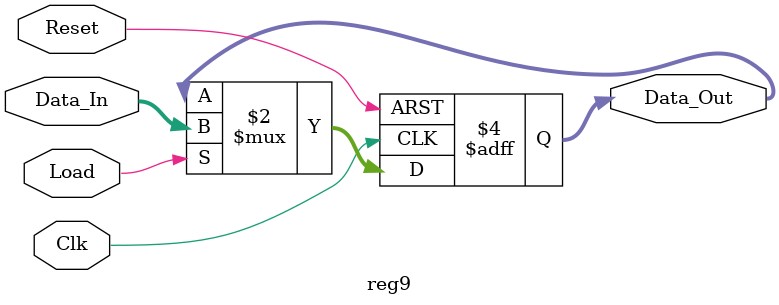
<source format=sv>
module reg9 (input  logic Clk, Reset, Load,
              input  logic [8:0]  Data_In,	
              output logic [8:0]  Data_Out);	

    always_ff @ (posedge Clk or posedge Reset)	
    begin
	 	 if (Reset)
			  Data_Out <= 9'd0;	// for clearing PC when RESET is pressed
		 else if (Load)
			  Data_Out <= Data_In;		
    end

endmodule

</source>
